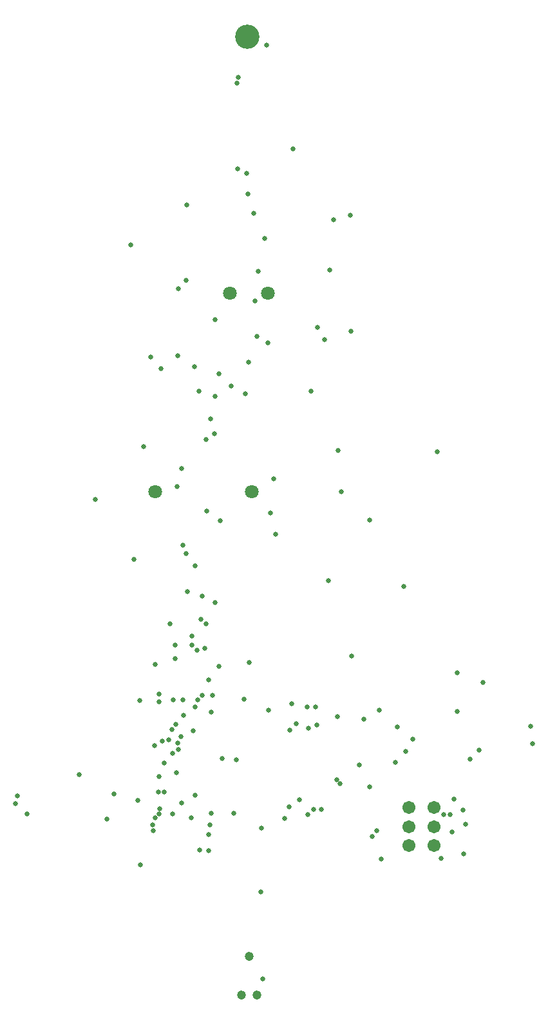
<source format=gbs>
G04*
G04 #@! TF.GenerationSoftware,Altium Limited,Altium Designer,21.4.1 (30)*
G04*
G04 Layer_Color=16711935*
%FSLAX25Y25*%
%MOIN*%
G70*
G04*
G04 #@! TF.SameCoordinates,8EED4449-2E46-416B-BC71-7F67FA958CFC*
G04*
G04*
G04 #@! TF.FilePolarity,Negative*
G04*
G01*
G75*
%ADD54C,0.07099*%
%ADD55C,0.04700*%
%ADD56C,0.06706*%
%ADD57C,0.12611*%
%ADD66C,0.02600*%
D54*
X1575Y287405D02*
D03*
X-48425D02*
D03*
X9843Y390100D02*
D03*
X-9843D02*
D03*
D55*
X0Y47200D02*
D03*
X4000Y27200D02*
D03*
X-4000D02*
D03*
D56*
X82904Y124242D02*
D03*
Y114400D02*
D03*
Y104558D02*
D03*
X95896Y124242D02*
D03*
Y114400D02*
D03*
Y104558D02*
D03*
D57*
X-900Y523000D02*
D03*
D66*
X46200Y309000D02*
D03*
X11100Y276600D02*
D03*
X47835Y287405D02*
D03*
X-37200Y290400D02*
D03*
X-54607Y311007D02*
D03*
X104200Y120700D02*
D03*
X100800D02*
D03*
X105000Y111600D02*
D03*
X-17500Y376700D02*
D03*
X-15600Y348600D02*
D03*
X26200Y128200D02*
D03*
X-57500Y128000D02*
D03*
X-120000Y130400D02*
D03*
X-120800Y126400D02*
D03*
X-13793Y149593D02*
D03*
X-27800Y130600D02*
D03*
X68600Y97500D02*
D03*
X121300Y188900D02*
D03*
X-24200Y233600D02*
D03*
X-15000Y272700D02*
D03*
X-2000Y338300D02*
D03*
X-9300Y342300D02*
D03*
X-17493Y336793D02*
D03*
X-5644Y501943D02*
D03*
X-6100Y498800D02*
D03*
X-1200Y452200D02*
D03*
X9900Y364700D02*
D03*
X-24700Y221700D02*
D03*
X-19600Y121400D02*
D03*
X-29700Y118900D02*
D03*
X84800Y159700D02*
D03*
X146900Y157200D02*
D03*
X30500Y120600D02*
D03*
X-5900Y454600D02*
D03*
X-476Y441624D02*
D03*
X2500Y431600D02*
D03*
X4900Y401700D02*
D03*
X-46500Y182900D02*
D03*
X30700Y165400D02*
D03*
X35100Y167000D02*
D03*
X-2434Y180166D02*
D03*
X-300Y354500D02*
D03*
X13900Y265600D02*
D03*
X-17400Y230200D02*
D03*
X-22200Y219300D02*
D03*
X-15500Y197300D02*
D03*
X-20800Y190400D02*
D03*
X-23000Y206500D02*
D03*
X-18900Y182300D02*
D03*
X-34200Y179800D02*
D03*
X34400Y176200D02*
D03*
X30000D02*
D03*
X-39100Y179900D02*
D03*
X-24300Y182100D02*
D03*
X-47000Y132200D02*
D03*
X-43700D02*
D03*
X110950Y122900D02*
D03*
X-17800Y317600D02*
D03*
X-25700Y339700D02*
D03*
X-28200Y352100D02*
D03*
X-19800Y325400D02*
D03*
X-21900Y277600D02*
D03*
X-34100Y260000D02*
D03*
X-31700Y235900D02*
D03*
X-27000Y205600D02*
D03*
X-6400Y148820D02*
D03*
X-26600Y179900D02*
D03*
X-28900Y164000D02*
D03*
X43800Y428200D02*
D03*
X12750Y294400D02*
D03*
X39100Y366300D02*
D03*
X35400Y372600D02*
D03*
X4300Y368000D02*
D03*
X-34800Y299700D02*
D03*
X-29576Y212970D02*
D03*
X-48550Y198100D02*
D03*
X-33747Y171800D02*
D03*
X300Y199400D02*
D03*
X-32500Y396800D02*
D03*
X-36900Y357800D02*
D03*
X-45600Y351100D02*
D03*
X-44000Y147200D02*
D03*
X59400Y169800D02*
D03*
X112300Y115700D02*
D03*
X106000Y128500D02*
D03*
X-20700Y101900D02*
D03*
X-25400Y102400D02*
D03*
X-39400Y120800D02*
D03*
X-46300Y123500D02*
D03*
X-46600Y120900D02*
D03*
X-115000Y120800D02*
D03*
X-73400Y118400D02*
D03*
X-37600Y142300D02*
D03*
X20747Y124447D02*
D03*
X18400Y118700D02*
D03*
X-20100Y115200D02*
D03*
X-49900D02*
D03*
X45400Y138700D02*
D03*
X37400Y123400D02*
D03*
X33400Y123100D02*
D03*
X47000Y136600D02*
D03*
X66000Y112400D02*
D03*
X81000Y153400D02*
D03*
X75800Y147700D02*
D03*
X45900Y171200D02*
D03*
X119000Y153800D02*
D03*
X114600Y149100D02*
D03*
X57100Y146400D02*
D03*
X22100Y177800D02*
D03*
X-28000Y176300D02*
D03*
X-29500Y208200D02*
D03*
X-27750Y249400D02*
D03*
X-38100Y208100D02*
D03*
X-32600Y255700D02*
D03*
X-38100Y201300D02*
D03*
X145650Y166250D02*
D03*
X7300Y35500D02*
D03*
X111200Y100200D02*
D03*
X107700Y173800D02*
D03*
Y193800D02*
D03*
X80000Y238500D02*
D03*
X97400Y308300D02*
D03*
X52700Y370700D02*
D03*
X52600Y430500D02*
D03*
X22900Y464900D02*
D03*
X-7800Y121400D02*
D03*
X3200Y386300D02*
D03*
X9200Y518500D02*
D03*
X63700Y109100D02*
D03*
X76700Y166000D02*
D03*
X67400Y174700D02*
D03*
X53300Y202500D02*
D03*
X41100Y241500D02*
D03*
X32200Y339700D02*
D03*
X-20700Y110300D02*
D03*
X-56300Y94700D02*
D03*
X10200Y174500D02*
D03*
X-40900Y219300D02*
D03*
X-22200Y314700D02*
D03*
X8300Y418700D02*
D03*
X41800Y402400D02*
D03*
X-69900Y131400D02*
D03*
X-87700Y141300D02*
D03*
X-56400Y179600D02*
D03*
X-59400Y252500D02*
D03*
X-79500Y283500D02*
D03*
X-50700Y357400D02*
D03*
X-36500Y392500D02*
D03*
X-32100Y435900D02*
D03*
X99400Y97800D02*
D03*
X-49500Y112100D02*
D03*
X62400Y134904D02*
D03*
Y272840D02*
D03*
X-61300Y415300D02*
D03*
X-49000Y156300D02*
D03*
X-36600Y154400D02*
D03*
X-39600Y152100D02*
D03*
X-44800Y158700D02*
D03*
X-19600Y173600D02*
D03*
X-48600Y118900D02*
D03*
X-41500Y159300D02*
D03*
X-35117Y160917D02*
D03*
X24400Y167700D02*
D03*
X21300Y164200D02*
D03*
X-46400Y179000D02*
D03*
X-36700Y157500D02*
D03*
X-39800Y164700D02*
D03*
X-37800Y167100D02*
D03*
X-46500Y140400D02*
D03*
X6200Y80600D02*
D03*
X6400Y113700D02*
D03*
X-34800Y126600D02*
D03*
M02*

</source>
